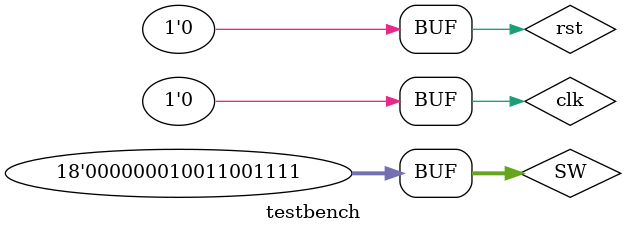
<source format=sv>
module testbench;

logic clk, rst;
logic [31:0] gpio_in;
logic [17:0] SW;
cpu thiscpu (.clk(clk),
	     .rst(rst), 
	     .gpio_in({14'h0,SW}), 
	     .gpio_out());

initial begin
	//rst = 1'b0; #5;
	rst = 1'b1; #5;
	rst = 1'b0; #5;
end
always begin
	
	
	clk = 1'b1; #5;
	//gpio_in = 32'd09876543;
	//gpio_in = 32'd23456789;
	//gpio_in = 32'd59595959; 
	SW = 32'd1231;
	//gpio_in = 32'd00001234;
	clk = 1'b0; #5;
/*
	gpio_in = 32'd23456789; # 100;
	gpio_in = 32'd59595959; # 100;
	gpio_in = 32'd09876543; # 100;
	gpio_in = 32'd12312312; # 100;
*/	

end



endmodule 

</source>
